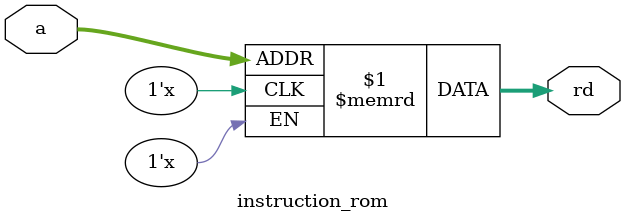
<source format=sv>

module instruction_rom
#(
    parameter SIZE = 64
)
(
    input  [31:0] a,
    output [31:0] rd
);
    reg [31:0] rom [0:SIZE - 1];
    assign rd = rom [a];

    //initial $readmemh ("program.hex", rom);

endmodule

</source>
